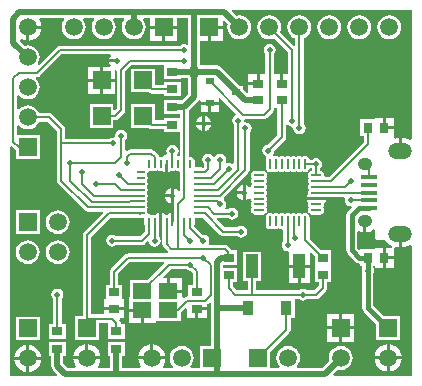
<source format=gtl>
G04 Layer_Physical_Order=1*
G04 Layer_Color=255*
%FSLAX44Y44*%
%MOMM*%
G71*
G01*
G75*
%ADD10R,1.5500X1.3500*%
%ADD11R,0.9140X1.2190*%
%ADD12R,0.9000X0.8000*%
%ADD13R,0.8000X0.9000*%
%ADD14R,1.0000X2.0000*%
%ADD15R,0.9000X0.7000*%
%ADD16R,1.5000X1.5000*%
%ADD17R,1.3500X0.4000*%
%ADD18O,0.8500X0.2000*%
%ADD19O,0.2000X0.8500*%
%ADD20R,0.7500X0.6000*%
%ADD21O,0.7000X0.2500*%
%ADD22O,0.2500X0.7000*%
%ADD23C,0.2000*%
%ADD24C,0.5000*%
%ADD25C,0.4000*%
%ADD26R,1.5000X1.5000*%
%ADD27C,1.5000*%
%ADD28O,2.0000X1.3500*%
%ADD29O,1.2500X1.0500*%
%ADD30C,0.5000*%
%ADD31C,1.0000*%
G36*
X153846Y95426D02*
X155513Y94312D01*
X157480Y93921D01*
X157509Y93927D01*
X159471Y91965D01*
Y82100D01*
X156040D01*
Y72674D01*
X154940Y72189D01*
X153559Y71915D01*
X152388Y71132D01*
X152003Y70748D01*
X150830Y71234D01*
Y75290D01*
X139080D01*
Y76560D01*
X137810D01*
Y87310D01*
X134594D01*
X134108Y88483D01*
X141075Y95451D01*
X153830D01*
X153846Y95426D01*
D02*
G37*
G36*
X90134Y275791D02*
X89572Y275058D01*
X88917Y273477D01*
X88861Y273050D01*
X95250D01*
Y270510D01*
X88861D01*
X88917Y270083D01*
X89572Y268502D01*
X90134Y267770D01*
X89508Y266500D01*
X83770D01*
Y256270D01*
X94000D01*
Y263452D01*
X94515Y263872D01*
X94540Y263882D01*
X95451Y263249D01*
Y231365D01*
X93810Y229724D01*
X92540Y230250D01*
Y235040D01*
X72460D01*
Y214960D01*
X92540D01*
Y221391D01*
X94190D01*
X95571Y221665D01*
X96742Y222448D01*
X101612Y227318D01*
X102395Y228489D01*
X102669Y229870D01*
Y262665D01*
X108175Y268171D01*
X135460D01*
Y256460D01*
X149540D01*
Y257361D01*
X155207D01*
X155390Y257122D01*
X155629Y256939D01*
Y242896D01*
X150810Y238077D01*
X149540Y238540D01*
Y238540D01*
X135460D01*
Y226460D01*
X148891D01*
Y223540D01*
X135460D01*
Y221109D01*
X127540D01*
Y235040D01*
X107460D01*
Y214960D01*
X122436D01*
X122448Y214948D01*
X123619Y214165D01*
X125000Y213891D01*
X135460D01*
Y211460D01*
X148891D01*
Y191339D01*
X148103Y190692D01*
X146758Y190869D01*
X146134Y191686D01*
X147247Y193354D01*
X147639Y195320D01*
X147247Y197286D01*
X146134Y198954D01*
X144466Y200068D01*
X142500Y200459D01*
X140534Y200068D01*
X138866Y198954D01*
X137752Y197286D01*
X137361Y195320D01*
X137752Y193354D01*
X137833Y193233D01*
X137112Y192026D01*
X135452Y191695D01*
X133715Y190535D01*
X133619Y190392D01*
X132500Y190614D01*
X131045Y190325D01*
X130835Y191381D01*
X130052Y192552D01*
X127012Y195592D01*
X125841Y196375D01*
X124460Y196649D01*
X106680D01*
X105299Y196375D01*
X104128Y195592D01*
X103843Y195307D01*
X102669Y195793D01*
Y204630D01*
X102694Y204646D01*
X103808Y206313D01*
X104199Y208280D01*
X103808Y210247D01*
X102694Y211914D01*
X101026Y213028D01*
X99060Y213419D01*
X97093Y213028D01*
X95426Y211914D01*
X94312Y210247D01*
X93921Y208280D01*
X94050Y207634D01*
X92970Y206554D01*
X92140Y206719D01*
X90174Y206328D01*
X88506Y205214D01*
X88490Y205189D01*
X51869D01*
Y213867D01*
X51595Y215248D01*
X50812Y216419D01*
X40879Y226352D01*
X39708Y227135D01*
X38327Y227409D01*
X29372D01*
X28770Y228863D01*
X27161Y230961D01*
X25063Y232570D01*
X22621Y233582D01*
X20000Y233927D01*
X17379Y233582D01*
X14937Y232570D01*
X12839Y230961D01*
X12499Y230517D01*
X11229Y230949D01*
Y242052D01*
X12499Y242483D01*
X12839Y242039D01*
X14937Y240430D01*
X17379Y239419D01*
X20000Y239073D01*
X22621Y239419D01*
X25063Y240430D01*
X27161Y242039D01*
X28770Y244137D01*
X29782Y246579D01*
X30127Y249200D01*
X29782Y251821D01*
X28770Y254263D01*
X27161Y256361D01*
X26665Y256741D01*
X27097Y258011D01*
X27940D01*
X29321Y258285D01*
X30492Y259068D01*
X48485Y277061D01*
X89508D01*
X90134Y275791D01*
D02*
G37*
G36*
X345000Y205346D02*
X343730Y204698D01*
X341556Y205598D01*
X338750Y205968D01*
X336770D01*
Y195125D01*
X334230D01*
Y205968D01*
X332250D01*
X330980Y205801D01*
X330000Y206952D01*
Y213730D01*
X322000D01*
Y215000D01*
X320730D01*
Y223500D01*
X314000D01*
Y222040D01*
X301460D01*
Y207960D01*
X304391D01*
Y202815D01*
X275185Y173609D01*
X272128D01*
X271085Y174879D01*
X271109Y175000D01*
X270835Y176381D01*
X270052Y177552D01*
X268881Y178335D01*
X267769Y178556D01*
Y180600D01*
X267794Y180616D01*
X268908Y182283D01*
X269299Y184250D01*
X268908Y186217D01*
X267794Y187884D01*
X266126Y188998D01*
X264160Y189389D01*
X262194Y188998D01*
X260526Y187884D01*
X260510Y187859D01*
X258538D01*
X258335Y188881D01*
X257552Y190052D01*
X256381Y190835D01*
X255000Y191109D01*
X253619Y190835D01*
X252500Y190087D01*
X251381Y190835D01*
X250000Y191109D01*
X248619Y190835D01*
X247500Y190087D01*
X246381Y190835D01*
X245000Y191109D01*
X243619Y190835D01*
X242500Y190087D01*
X241381Y190835D01*
X240000Y191109D01*
X238619Y190835D01*
X237500Y190087D01*
X236381Y190835D01*
X235000Y191109D01*
X233619Y190835D01*
X232500Y190087D01*
X231381Y190835D01*
X230000Y191109D01*
X228619Y190835D01*
X228348Y190653D01*
X227871Y190907D01*
X227761Y191066D01*
X227502Y192468D01*
X228268Y193613D01*
X228659Y195580D01*
X228653Y195609D01*
X237552Y204508D01*
X238335Y205679D01*
X238609Y207060D01*
Y217451D01*
X239879Y217836D01*
X240206Y217346D01*
X241873Y216232D01*
X243840Y215841D01*
X244072Y215888D01*
X244971Y214989D01*
X244861Y214440D01*
X245252Y212474D01*
X246366Y210806D01*
X248034Y209692D01*
X250000Y209301D01*
X251966Y209692D01*
X253634Y210806D01*
X254748Y212474D01*
X255139Y214440D01*
X254748Y216406D01*
X253634Y218074D01*
X253609Y218090D01*
Y290628D01*
X255063Y291230D01*
X257161Y292839D01*
X258770Y294937D01*
X259782Y297379D01*
X260127Y300000D01*
X259782Y302621D01*
X258770Y305063D01*
X257161Y307161D01*
X255063Y308770D01*
X252621Y309782D01*
X250000Y310127D01*
X247379Y309782D01*
X244937Y308770D01*
X242839Y307161D01*
X241230Y305063D01*
X240218Y302621D01*
X239873Y300000D01*
X240218Y297379D01*
X241230Y294937D01*
X242839Y292839D01*
X244937Y291230D01*
X246391Y290628D01*
Y284973D01*
X245217Y284487D01*
X233779Y295925D01*
X234382Y297379D01*
X234727Y300000D01*
X234382Y302621D01*
X233370Y305063D01*
X231761Y307161D01*
X229663Y308770D01*
X227221Y309782D01*
X224600Y310127D01*
X221979Y309782D01*
X219537Y308770D01*
X217439Y307161D01*
X215830Y305063D01*
X214818Y302621D01*
X214473Y300000D01*
X214818Y297379D01*
X215830Y294937D01*
X217439Y292839D01*
X219537Y291230D01*
X221979Y290219D01*
X224600Y289873D01*
X227221Y290219D01*
X228675Y290821D01*
X240231Y279265D01*
Y260000D01*
X236270D01*
Y252000D01*
X233730D01*
Y260000D01*
X228399D01*
Y277020D01*
X228424Y277036D01*
X229538Y278703D01*
X229929Y280670D01*
X229538Y282637D01*
X228424Y284304D01*
X226756Y285418D01*
X224790Y285809D01*
X222824Y285418D01*
X221156Y284304D01*
X220042Y282637D01*
X219651Y280670D01*
X220042Y278703D01*
X221156Y277036D01*
X221181Y277020D01*
Y260000D01*
X216270D01*
Y252000D01*
X215000D01*
Y250730D01*
X206500D01*
Y244884D01*
X205230Y244358D01*
X202290Y247298D01*
Y250540D01*
X199048D01*
X183455Y266134D01*
X181787Y267248D01*
X179821Y267639D01*
X166329D01*
X166145Y267878D01*
X165907Y268061D01*
Y288500D01*
X172530D01*
Y300000D01*
X173800D01*
Y301270D01*
X185300D01*
Y304973D01*
X186473Y305459D01*
X189406Y302527D01*
X189073Y300000D01*
X189418Y297379D01*
X190430Y294937D01*
X192039Y292839D01*
X194137Y291230D01*
X196579Y290218D01*
X199200Y289873D01*
X201821Y290218D01*
X204263Y291230D01*
X206361Y292839D01*
X207970Y294937D01*
X208981Y297379D01*
X209327Y300000D01*
X208981Y302621D01*
X207970Y305063D01*
X206361Y307161D01*
X204263Y308770D01*
X201821Y309782D01*
X199200Y310127D01*
X196673Y309794D01*
X192640Y313827D01*
X193127Y315000D01*
X345000D01*
Y205346D01*
D02*
G37*
G36*
X231391Y208555D02*
X223549Y200713D01*
X223520Y200719D01*
X221553Y200328D01*
X219886Y199214D01*
X218772Y197547D01*
X218381Y195580D01*
X218772Y193613D01*
X219886Y191946D01*
X221553Y190832D01*
X222039Y189441D01*
X221665Y188881D01*
X221391Y187500D01*
Y181000D01*
X221665Y179619D01*
X222448Y178448D01*
X223619Y177665D01*
X225000Y177391D01*
X226381Y177665D01*
X227500Y178413D01*
X228619Y177665D01*
X230000Y177391D01*
X231381Y177665D01*
X232500Y178413D01*
X233619Y177666D01*
X235000Y177391D01*
X236381Y177666D01*
X237500Y178413D01*
X238619Y177665D01*
X240000Y177391D01*
X241381Y177665D01*
X242500Y178413D01*
X243619Y177665D01*
X245000Y177391D01*
X246381Y177665D01*
X247500Y178413D01*
X248619Y177665D01*
X250000Y177391D01*
X251381Y177665D01*
X252500Y178413D01*
X253619Y177665D01*
X255000Y177391D01*
X256381Y177665D01*
X257552Y178448D01*
X258335Y179619D01*
X258538Y180641D01*
X260510D01*
X260526Y180616D01*
X260551Y180600D01*
Y178520D01*
X259619Y178335D01*
X258448Y177552D01*
X257665Y176381D01*
X257391Y175000D01*
X257665Y173619D01*
X258413Y172500D01*
X257665Y171381D01*
X257391Y170000D01*
X257665Y168619D01*
X258413Y167500D01*
X257665Y166381D01*
X257391Y165000D01*
X257665Y163619D01*
X258413Y162500D01*
X257665Y161381D01*
X257391Y160000D01*
X257636Y158766D01*
X257395Y158605D01*
X256290Y156951D01*
X256155Y156270D01*
X264250D01*
X273223D01*
X273322Y156391D01*
X287715D01*
X288520Y155121D01*
X288231Y153670D01*
X288622Y151704D01*
X289736Y150036D01*
X291404Y148922D01*
X293370Y148531D01*
X293731Y148603D01*
X294356Y147432D01*
X290977Y144053D01*
X289973Y142552D01*
X289621Y140780D01*
X289621Y140780D01*
Y111290D01*
X289621Y111290D01*
X289973Y109519D01*
X290977Y108017D01*
X297267Y101727D01*
X298769Y100723D01*
X300540Y100371D01*
X301460Y99574D01*
Y97960D01*
X303371D01*
Y96124D01*
X303253Y95947D01*
X302861Y93980D01*
X303253Y92014D01*
X303371Y91836D01*
Y62400D01*
X303371Y62400D01*
X303723Y60629D01*
X304727Y59127D01*
X314960Y48894D01*
Y35360D01*
X335040D01*
Y55440D01*
X321506D01*
X312629Y64317D01*
Y91836D01*
X312748Y92014D01*
X313139Y93980D01*
X312748Y95947D01*
X312629Y96124D01*
Y97960D01*
X314000D01*
Y96500D01*
X320730D01*
Y105000D01*
Y113500D01*
X314000D01*
Y112040D01*
X301460D01*
Y112040D01*
X300460Y111626D01*
X298879Y113207D01*
Y126967D01*
X300149Y127540D01*
X302085Y126738D01*
X304230Y126456D01*
Y135750D01*
X306770D01*
Y126456D01*
X308915Y126738D01*
X311165Y127670D01*
X312690Y128841D01*
X313960Y128301D01*
Y122500D01*
X314157Y121509D01*
X314719Y120669D01*
X315559Y120107D01*
X316550Y119910D01*
X322671D01*
X322860Y119454D01*
X324583Y117208D01*
X326829Y115485D01*
X328555Y114770D01*
X328302Y113500D01*
X323270D01*
Y106270D01*
X330000D01*
Y113048D01*
X330980Y114199D01*
X332250Y114032D01*
X334230D01*
Y124875D01*
X336770D01*
Y114032D01*
X338750D01*
X341556Y114402D01*
X343730Y115302D01*
X345000Y114654D01*
Y5000D01*
X278927D01*
X278440Y6173D01*
X282473Y10206D01*
X285000Y9873D01*
X287621Y10218D01*
X290063Y11230D01*
X292161Y12839D01*
X293770Y14937D01*
X294782Y17379D01*
X295127Y20000D01*
X294782Y22621D01*
X293770Y25063D01*
X292161Y27161D01*
X290063Y28770D01*
X287621Y29782D01*
X285000Y30127D01*
X282379Y29782D01*
X279937Y28770D01*
X277839Y27161D01*
X276230Y25063D01*
X275218Y22621D01*
X274873Y20000D01*
X275206Y17473D01*
X269411Y11679D01*
X247955D01*
X247815Y12089D01*
X247645Y12949D01*
X249170Y14937D01*
X250182Y17379D01*
X250527Y20000D01*
X250182Y22621D01*
X249170Y25063D01*
X247561Y27161D01*
X245463Y28770D01*
X243021Y29782D01*
X240400Y30127D01*
X237779Y29782D01*
X235337Y28770D01*
X233239Y27161D01*
X231630Y25063D01*
X230618Y22621D01*
X230273Y20000D01*
X230618Y17379D01*
X231630Y14937D01*
X233155Y12949D01*
X232985Y12089D01*
X232845Y11679D01*
X225040D01*
Y24936D01*
X241435Y41331D01*
X242218Y42502D01*
X242492Y43883D01*
Y53865D01*
X245993D01*
Y70051D01*
X249510D01*
X249526Y70026D01*
X251194Y68912D01*
X253160Y68521D01*
X255126Y68912D01*
X256794Y70026D01*
X256810Y70051D01*
X264160D01*
X265541Y70325D01*
X266712Y71108D01*
X272552Y76948D01*
X273335Y78119D01*
X273609Y79500D01*
Y83960D01*
X277040D01*
Y96690D01*
X277040Y97040D01*
Y97960D01*
X277040Y98310D01*
Y111040D01*
X268564D01*
X258609Y120995D01*
Y135750D01*
Y139000D01*
X258335Y140381D01*
X257552Y141552D01*
X256381Y142335D01*
X255000Y142609D01*
X253619Y142335D01*
X252500Y141587D01*
X251381Y142335D01*
X250000Y142609D01*
X248619Y142335D01*
X247500Y141587D01*
X246381Y142335D01*
X245000Y142609D01*
X243619Y142335D01*
X242500Y141587D01*
X241381Y142335D01*
X240000Y142609D01*
X238619Y142335D01*
X237500Y141587D01*
X236381Y142335D01*
X235000Y142609D01*
X233619Y142335D01*
X232500Y141587D01*
X231381Y142335D01*
X230000Y142609D01*
X228619Y142335D01*
X227500Y141587D01*
X226381Y142335D01*
X225000Y142609D01*
X223619Y142335D01*
X222448Y141552D01*
X221665Y140381D01*
X221391Y139000D01*
Y132500D01*
X221665Y131119D01*
X222448Y129948D01*
X223619Y129165D01*
X225000Y128891D01*
X226381Y129165D01*
X227500Y129913D01*
X228619Y129165D01*
X230000Y128891D01*
X231381Y129165D01*
X232500Y129913D01*
X233619Y129165D01*
X235000Y128891D01*
X235121Y128915D01*
X236391Y127872D01*
Y119250D01*
X236366Y119234D01*
X235252Y117566D01*
X234861Y115600D01*
X235252Y113633D01*
X236366Y111966D01*
X238034Y110852D01*
X240000Y110461D01*
X240018Y110465D01*
X241000Y109659D01*
Y98770D01*
X259000D01*
Y108736D01*
X260173Y109222D01*
X262960Y106436D01*
Y98310D01*
X262960Y97960D01*
Y97040D01*
X262960Y96690D01*
Y83960D01*
X266391D01*
Y80995D01*
X262665Y77269D01*
X256810D01*
X256794Y77294D01*
X255126Y78408D01*
X253160Y78799D01*
X251194Y78408D01*
X249526Y77294D01*
X249510Y77269D01*
X213609D01*
Y84960D01*
X217540D01*
Y110040D01*
X202460D01*
Y84960D01*
X206391D01*
Y77269D01*
X197075D01*
X193609Y80735D01*
Y83960D01*
X197040D01*
Y96040D01*
X185479D01*
Y98960D01*
X197040D01*
Y111040D01*
X193244D01*
X193207Y111229D01*
X192425Y112400D01*
X189884Y114940D01*
X188714Y115722D01*
X187332Y115997D01*
X173688D01*
X173089Y117117D01*
X173288Y117414D01*
X173679Y119380D01*
X173288Y121347D01*
X172174Y123014D01*
X170506Y124128D01*
X168540Y124519D01*
X168511Y124513D01*
X161109Y131915D01*
Y131969D01*
X161364Y133250D01*
Y137517D01*
X161859Y138141D01*
X162483Y138636D01*
X166750D01*
X168031Y138891D01*
X168425D01*
X182868Y124448D01*
X184039Y123665D01*
X185420Y123391D01*
X197010D01*
X197026Y123366D01*
X198694Y122252D01*
X200660Y121861D01*
X202626Y122252D01*
X204294Y123366D01*
X205408Y125034D01*
X205799Y127000D01*
X205408Y128967D01*
X204294Y130634D01*
X202626Y131748D01*
X200660Y132139D01*
X198694Y131748D01*
X197026Y130634D01*
X197010Y130609D01*
X186915D01*
X180067Y137457D01*
X180553Y138631D01*
X189390D01*
X189406Y138606D01*
X191073Y137492D01*
X193040Y137101D01*
X195007Y137492D01*
X196674Y138606D01*
X197788Y140274D01*
X198179Y142240D01*
X197788Y144206D01*
X196674Y145874D01*
X195007Y146988D01*
X193040Y147379D01*
X191073Y146988D01*
X189406Y145874D01*
X189390Y145849D01*
X187722D01*
X187043Y147119D01*
X187628Y147993D01*
X188019Y149960D01*
X187628Y151926D01*
X186514Y153594D01*
X185880Y154017D01*
X185747Y155633D01*
X206832Y176719D01*
X207615Y177890D01*
X207889Y179271D01*
Y210790D01*
X207914Y210806D01*
X209028Y212474D01*
X209419Y214440D01*
X209028Y216406D01*
X207914Y218074D01*
X206246Y219188D01*
X204280Y219579D01*
X204048Y219533D01*
X203149Y220431D01*
X203259Y220980D01*
X203162Y221469D01*
X203967Y222451D01*
X219710D01*
X221091Y222725D01*
X222262Y223508D01*
X227342Y228588D01*
X228125Y229759D01*
X228399Y231140D01*
Y231460D01*
X231391D01*
Y208555D01*
D02*
G37*
G36*
X196465Y226931D02*
X195985Y225615D01*
X194486Y224614D01*
X193372Y222946D01*
X192981Y220980D01*
X193372Y219014D01*
X194486Y217346D01*
X194511Y217330D01*
Y185249D01*
X193241Y184570D01*
X192467Y185088D01*
X190500Y185479D01*
X188552Y185091D01*
X188480Y185141D01*
X187681Y185940D01*
X187631Y186012D01*
X188019Y187960D01*
X187628Y189926D01*
X186514Y191594D01*
X184846Y192708D01*
X182880Y193099D01*
X180914Y192708D01*
X179246Y191594D01*
X178542Y190539D01*
X177058D01*
X176354Y191594D01*
X174687Y192708D01*
X172720Y193099D01*
X170753Y192708D01*
X169086Y191594D01*
X167972Y189926D01*
X167581Y187960D01*
X167972Y185993D01*
X169086Y184326D01*
X169111Y184310D01*
Y181835D01*
X168385Y181109D01*
X168031D01*
X166750Y181364D01*
X162483D01*
X161859Y181859D01*
X161364Y182483D01*
Y186750D01*
X161070Y188229D01*
X160232Y189482D01*
X158979Y190320D01*
X157500Y190614D01*
X157091Y190533D01*
X156109Y191339D01*
Y228850D01*
X156134Y228866D01*
X164402Y237134D01*
X164980Y238000D01*
X166250Y237615D01*
Y236770D01*
X174000D01*
X181750D01*
Y239986D01*
X182923Y240472D01*
X196465Y226931D01*
D02*
G37*
G36*
X155629Y285921D02*
X154509Y285322D01*
X154367Y285418D01*
X152400Y285809D01*
X150434Y285418D01*
X148766Y284304D01*
X148750Y284279D01*
X46990D01*
X45609Y284005D01*
X44438Y283222D01*
X29112Y267897D01*
X28155Y268736D01*
X28770Y269537D01*
X29782Y271979D01*
X30127Y274600D01*
X29782Y277221D01*
X28770Y279663D01*
X27161Y281761D01*
X25063Y283370D01*
X22621Y284382D01*
X20000Y284727D01*
X17473Y284394D01*
X13361Y288506D01*
X13427Y288948D01*
X13544Y289101D01*
X14823Y289697D01*
X16998Y288796D01*
X18730Y288568D01*
Y300000D01*
X20000D01*
Y301270D01*
X31432D01*
X31204Y303002D01*
X30045Y305800D01*
X29567Y306422D01*
X30129Y307561D01*
X50346D01*
X50972Y306291D01*
X50030Y305063D01*
X49018Y302621D01*
X48673Y300000D01*
X49018Y297379D01*
X50030Y294937D01*
X51639Y292839D01*
X53737Y291230D01*
X56179Y290218D01*
X58800Y289873D01*
X61421Y290218D01*
X63863Y291230D01*
X65961Y292839D01*
X67570Y294937D01*
X68582Y297379D01*
X68927Y300000D01*
X68582Y302621D01*
X67570Y305063D01*
X66628Y306291D01*
X67254Y307561D01*
X75746D01*
X76372Y306291D01*
X75430Y305063D01*
X74418Y302621D01*
X74073Y300000D01*
X74418Y297379D01*
X75430Y294937D01*
X77039Y292839D01*
X79137Y291230D01*
X81579Y290218D01*
X84200Y289873D01*
X86821Y290218D01*
X89263Y291230D01*
X91361Y292839D01*
X92970Y294937D01*
X93982Y297379D01*
X94327Y300000D01*
X93982Y302621D01*
X92970Y305063D01*
X92028Y306291D01*
X92654Y307561D01*
X101146D01*
X101772Y306291D01*
X100830Y305063D01*
X99818Y302621D01*
X99473Y300000D01*
X99818Y297379D01*
X100830Y294937D01*
X102439Y292839D01*
X104537Y291230D01*
X106979Y290218D01*
X109600Y289873D01*
X112221Y290218D01*
X114663Y291230D01*
X116761Y292839D01*
X118370Y294937D01*
X119382Y297379D01*
X119727Y300000D01*
X119382Y302621D01*
X118370Y305063D01*
X117428Y306291D01*
X118054Y307561D01*
X123500D01*
Y301270D01*
X135000D01*
X146500D01*
Y307561D01*
X155629D01*
Y285921D01*
D02*
G37*
G36*
X44651Y212372D02*
Y170180D01*
X44925Y168799D01*
X45708Y167628D01*
X68388Y144948D01*
X69559Y144165D01*
X70940Y143891D01*
X83407D01*
X83893Y142717D01*
X67448Y126272D01*
X66665Y125101D01*
X66391Y123720D01*
Y55440D01*
X59960D01*
Y35360D01*
X80040D01*
Y49731D01*
X87768D01*
X87960Y48540D01*
X87960D01*
Y36460D01*
X102040D01*
Y48540D01*
X98609D01*
Y49780D01*
X98335Y51161D01*
X97580Y52290D01*
X97688Y52847D01*
X97984Y53560D01*
X101580D01*
Y60290D01*
X93080D01*
X84580D01*
Y56949D01*
X73609D01*
Y122225D01*
X90275Y138891D01*
X111968D01*
X113250Y138636D01*
X115214D01*
X115240Y138631D01*
X115266Y138636D01*
X117517D01*
X118141Y138141D01*
X118636Y137517D01*
Y133250D01*
X118891Y131968D01*
Y126535D01*
X115345Y122989D01*
X95090D01*
X95074Y123014D01*
X93406Y124128D01*
X91440Y124519D01*
X89473Y124128D01*
X87806Y123014D01*
X86692Y121347D01*
X86301Y119380D01*
X86692Y117414D01*
X87806Y115746D01*
X89473Y114632D01*
X91440Y114241D01*
X93406Y114632D01*
X95074Y115746D01*
X95090Y115771D01*
X116840D01*
X118221Y116045D01*
X119392Y116828D01*
X121212Y118648D01*
X122590Y118230D01*
X122752Y117414D01*
X123866Y115746D01*
X125534Y114632D01*
X127500Y114241D01*
X129466Y114632D01*
X131134Y115746D01*
X132248Y117414D01*
X132639Y119380D01*
X132248Y121347D01*
X131134Y123014D01*
X131109Y123030D01*
Y127173D01*
X131230Y127272D01*
Y132572D01*
X131365Y133250D01*
Y135500D01*
Y137750D01*
X131230Y138428D01*
Y142850D01*
X130451Y142695D01*
X128715Y141535D01*
X128619Y141392D01*
X127500Y141614D01*
X126021Y141320D01*
X125000Y140638D01*
X123979Y141320D01*
X122724Y141570D01*
X122140Y141974D01*
X121614Y142500D01*
X121320Y143979D01*
X120638Y145000D01*
X121320Y146021D01*
X121614Y147500D01*
X121320Y148979D01*
X120638Y150000D01*
X121320Y151021D01*
X121614Y152500D01*
X121320Y153979D01*
X120638Y155000D01*
X121320Y156021D01*
X121614Y157500D01*
X121320Y158979D01*
X120638Y160000D01*
X121320Y161021D01*
X121614Y162500D01*
X121320Y163979D01*
X120638Y165000D01*
X121320Y166021D01*
X121614Y167500D01*
X121320Y168979D01*
X120638Y170000D01*
X121320Y171021D01*
X121614Y172500D01*
X121320Y173979D01*
X120638Y175000D01*
X121320Y176021D01*
X121570Y177276D01*
X121975Y177860D01*
X122500Y178386D01*
X123979Y178680D01*
X125000Y179362D01*
X126021Y178680D01*
X127500Y178386D01*
X128979Y178680D01*
X130000Y179362D01*
X131021Y178680D01*
X132500Y178386D01*
X133619Y178608D01*
X133715Y178465D01*
X135452Y177305D01*
X136230Y177150D01*
Y181573D01*
X136365Y182250D01*
Y184500D01*
X138635D01*
Y182250D01*
X138770Y181572D01*
Y177150D01*
X139548Y177305D01*
X141285Y178465D01*
X141381Y178608D01*
X142500Y178386D01*
X143979Y178680D01*
X145000Y179362D01*
X146021Y178680D01*
X147500Y178386D01*
X147909Y178467D01*
X148891Y177661D01*
Y161655D01*
X147621Y161224D01*
X147136Y161856D01*
X145778Y162898D01*
X144197Y163553D01*
X143770Y163609D01*
Y157220D01*
Y149707D01*
X143891Y149566D01*
Y143827D01*
X143770Y143728D01*
Y138427D01*
X143635Y137750D01*
Y135500D01*
X141365D01*
Y137750D01*
X141230Y138428D01*
Y142850D01*
X140451Y142695D01*
X138715Y141535D01*
X138619Y141392D01*
X137500Y141614D01*
X136381Y141392D01*
X136285Y141535D01*
X134548Y142695D01*
X133770Y142850D01*
Y138427D01*
X133635Y137750D01*
Y135500D01*
Y133250D01*
X133770Y132573D01*
Y127272D01*
X133891Y127173D01*
Y116500D01*
X134165Y115119D01*
X134948Y113948D01*
X138976Y109919D01*
X138943Y109564D01*
X138549Y108649D01*
X105040D01*
X103659Y108375D01*
X102488Y107592D01*
X90528Y95632D01*
X89745Y94461D01*
X89471Y93080D01*
Y82100D01*
X86040D01*
Y69560D01*
X84580D01*
Y62830D01*
X93080D01*
X101580D01*
Y69560D01*
X100120D01*
Y82100D01*
X96689D01*
Y91585D01*
X106535Y101431D01*
X135187D01*
X135673Y100257D01*
X121266Y85850D01*
X106790D01*
Y71310D01*
X105330D01*
Y61830D01*
X117080D01*
Y60560D01*
X118350D01*
Y49810D01*
X128830D01*
Y51270D01*
X149370D01*
Y57940D01*
X149472Y58008D01*
X153407Y61942D01*
X154580Y61456D01*
Y53560D01*
X161810D01*
Y61560D01*
X163080D01*
Y62830D01*
X171580D01*
Y65258D01*
X172732Y66028D01*
X174028Y67324D01*
X175201Y66838D01*
Y62500D01*
Y30040D01*
X165760D01*
Y11679D01*
X157955D01*
X157816Y12089D01*
X157645Y12949D01*
X159170Y14937D01*
X160182Y17379D01*
X160527Y20000D01*
X160182Y22621D01*
X159170Y25063D01*
X157561Y27161D01*
X155463Y28770D01*
X153021Y29782D01*
X150400Y30127D01*
X147779Y29782D01*
X145337Y28770D01*
X143239Y27161D01*
X141630Y25063D01*
X140618Y22621D01*
X140273Y20000D01*
X140618Y17379D01*
X141630Y14937D01*
X143155Y12949D01*
X142985Y12089D01*
X142845Y11679D01*
X134711D01*
X134085Y12949D01*
X135045Y14200D01*
X136204Y16998D01*
X136432Y18730D01*
X125000D01*
X113568D01*
X113796Y16998D01*
X114955Y14200D01*
X115915Y12949D01*
X115289Y11679D01*
X100139D01*
Y21460D01*
X102040D01*
Y33540D01*
X87960D01*
Y21460D01*
X89861D01*
Y11679D01*
X79711D01*
X79085Y12949D01*
X80045Y14200D01*
X81204Y16998D01*
X81432Y18730D01*
X70000D01*
X58568D01*
X58796Y16998D01*
X59955Y14200D01*
X60915Y12949D01*
X60289Y11679D01*
X54008D01*
X50139Y15548D01*
Y21460D01*
X52040D01*
Y33540D01*
X37960D01*
Y21460D01*
X39861D01*
Y13420D01*
X40252Y11453D01*
X41366Y9786D01*
X44979Y6173D01*
X44493Y5000D01*
X5000D01*
Y198920D01*
X6270Y199446D01*
X9868Y195848D01*
X9960Y195786D01*
Y188360D01*
X30040D01*
Y208440D01*
X11229D01*
Y216651D01*
X12499Y217083D01*
X12839Y216639D01*
X14937Y215030D01*
X17379Y214018D01*
X20000Y213673D01*
X22621Y214018D01*
X25063Y215030D01*
X27161Y216639D01*
X28770Y218737D01*
X29372Y220191D01*
X36832D01*
X44651Y212372D01*
D02*
G37*
%LPC*%
G36*
X150830Y87310D02*
X140350D01*
Y77830D01*
X150830D01*
Y87310D01*
D02*
G37*
G36*
X94000Y253730D02*
X83770D01*
Y243500D01*
X94000D01*
Y253730D01*
D02*
G37*
G36*
X81230Y266500D02*
X71000D01*
Y256270D01*
X81230D01*
Y266500D01*
D02*
G37*
G36*
X127540Y265040D02*
X107460D01*
Y244960D01*
X122436D01*
X122448Y244948D01*
X123619Y244165D01*
X125000Y243891D01*
X135460D01*
Y241460D01*
X149540D01*
Y253540D01*
X135460D01*
Y251109D01*
X127540D01*
Y265040D01*
D02*
G37*
G36*
X81230Y253730D02*
X71000D01*
Y243500D01*
X81230D01*
Y253730D01*
D02*
G37*
G36*
X213730Y260000D02*
X206500D01*
Y253270D01*
X213730D01*
Y260000D01*
D02*
G37*
G36*
X185300Y298730D02*
X175070D01*
Y288500D01*
X185300D01*
Y298730D01*
D02*
G37*
G36*
X326200Y310127D02*
X323579Y309781D01*
X321137Y308770D01*
X319039Y307160D01*
X317430Y305063D01*
X316418Y302621D01*
X316073Y300000D01*
X316418Y297379D01*
X317430Y294937D01*
X319039Y292839D01*
X321137Y291230D01*
X323579Y290218D01*
X326200Y289873D01*
X328821Y290218D01*
X331263Y291230D01*
X333361Y292839D01*
X334970Y294937D01*
X335982Y297379D01*
X336327Y300000D01*
X335982Y302621D01*
X334970Y305063D01*
X333361Y307160D01*
X331263Y308770D01*
X328821Y309781D01*
X326200Y310127D01*
D02*
G37*
G36*
X275400Y310127D02*
X272779Y309781D01*
X270337Y308770D01*
X268239Y307161D01*
X266630Y305063D01*
X265618Y302621D01*
X265273Y300000D01*
X265618Y297379D01*
X266630Y294937D01*
X268239Y292839D01*
X270337Y291230D01*
X272779Y290218D01*
X275400Y289873D01*
X278021Y290218D01*
X280463Y291230D01*
X282561Y292839D01*
X284170Y294937D01*
X285182Y297379D01*
X285527Y300000D01*
X285182Y302621D01*
X284170Y305063D01*
X282561Y307161D01*
X280463Y308770D01*
X278021Y309781D01*
X275400Y310127D01*
D02*
G37*
G36*
X300800Y310127D02*
X298179Y309782D01*
X295737Y308770D01*
X293639Y307161D01*
X292030Y305063D01*
X291018Y302621D01*
X290673Y300000D01*
X291018Y297379D01*
X292030Y294937D01*
X293639Y292839D01*
X295737Y291230D01*
X298179Y290218D01*
X300800Y289873D01*
X303421Y290218D01*
X305863Y291230D01*
X307961Y292839D01*
X309570Y294937D01*
X310582Y297379D01*
X310927Y300000D01*
X310582Y302621D01*
X309570Y305063D01*
X307961Y307161D01*
X305863Y308770D01*
X303421Y309782D01*
X300800Y310127D01*
D02*
G37*
G36*
X330000Y223500D02*
X323270D01*
Y216270D01*
X330000D01*
Y223500D01*
D02*
G37*
G36*
X296500Y56900D02*
X286270D01*
Y46670D01*
X296500D01*
Y56900D01*
D02*
G37*
G36*
X283730D02*
X273500D01*
Y46670D01*
X283730D01*
Y56900D01*
D02*
G37*
G36*
X330000Y103730D02*
X323270D01*
Y96500D01*
X330000D01*
Y103730D01*
D02*
G37*
G36*
X259000Y96230D02*
X251270D01*
Y83500D01*
X259000D01*
Y96230D01*
D02*
G37*
G36*
X248730D02*
X241000D01*
Y83500D01*
X248730D01*
Y96230D01*
D02*
G37*
G36*
X336432Y18730D02*
X326270D01*
Y8568D01*
X328002Y8796D01*
X330800Y9955D01*
X333202Y11798D01*
X335045Y14200D01*
X336204Y16998D01*
X336432Y18730D01*
D02*
G37*
G36*
X323730D02*
X313568D01*
X313796Y16998D01*
X314955Y14200D01*
X316798Y11798D01*
X319200Y9955D01*
X321998Y8796D01*
X323730Y8568D01*
Y18730D01*
D02*
G37*
G36*
X283730Y44130D02*
X273500D01*
Y33900D01*
X283730D01*
Y44130D01*
D02*
G37*
G36*
X296500D02*
X286270D01*
Y33900D01*
X296500D01*
Y44130D01*
D02*
G37*
G36*
X323730Y31432D02*
X321998Y31204D01*
X319200Y30045D01*
X316798Y28202D01*
X314955Y25800D01*
X313796Y23002D01*
X313568Y21270D01*
X323730D01*
Y31432D01*
D02*
G37*
G36*
X326270D02*
Y21270D01*
X336432D01*
X336204Y23002D01*
X335045Y25800D01*
X333202Y28202D01*
X330800Y30045D01*
X328002Y31204D01*
X326270Y31432D01*
D02*
G37*
G36*
X201930Y158750D02*
X196811D01*
X196867Y158323D01*
X197522Y156742D01*
X198564Y155384D01*
X199922Y154342D01*
X201503Y153687D01*
X201930Y153631D01*
Y158750D01*
D02*
G37*
G36*
X272345Y153730D02*
X264250D01*
X256155D01*
X256290Y153049D01*
X257395Y151395D01*
X257636Y151234D01*
X257391Y150000D01*
X257665Y148619D01*
X258413Y147500D01*
X257665Y146381D01*
X257391Y145000D01*
X257665Y143619D01*
X258448Y142448D01*
X259619Y141665D01*
X261000Y141391D01*
X267500D01*
X268881Y141665D01*
X270052Y142448D01*
X270835Y143619D01*
X271109Y145000D01*
X270835Y146381D01*
X270087Y147500D01*
X270835Y148619D01*
X271109Y150000D01*
X270864Y151234D01*
X271105Y151395D01*
X272210Y153049D01*
X272345Y153730D01*
D02*
G37*
G36*
X201930Y166409D02*
X201503Y166353D01*
X199922Y165698D01*
X198564Y164656D01*
X197522Y163298D01*
X196867Y161717D01*
X196811Y161290D01*
X201930D01*
Y166409D01*
D02*
G37*
G36*
X219000Y178609D02*
X212500D01*
X211119Y178335D01*
X209948Y177552D01*
X209165Y176381D01*
X208891Y175000D01*
X209165Y173619D01*
X209913Y172500D01*
X209165Y171381D01*
X208891Y170000D01*
X209165Y168619D01*
X209913Y167500D01*
X209165Y166381D01*
X208949Y165292D01*
X208271Y164905D01*
X208233Y164891D01*
X207654Y164796D01*
X206478Y165698D01*
X204897Y166353D01*
X204470Y166409D01*
Y160020D01*
Y153631D01*
X204897Y153687D01*
X206478Y154342D01*
X207647Y155239D01*
X208301Y155113D01*
X208942Y154740D01*
X209165Y153619D01*
X209913Y152500D01*
X209165Y151381D01*
X208891Y150000D01*
X209165Y148619D01*
X209913Y147500D01*
X209165Y146381D01*
X208891Y145000D01*
X209165Y143619D01*
X209948Y142448D01*
X211119Y141665D01*
X212500Y141391D01*
X219000D01*
X220381Y141665D01*
X221552Y142448D01*
X222335Y143619D01*
X222609Y145000D01*
X222335Y146381D01*
X221587Y147500D01*
X222335Y148619D01*
X222609Y150000D01*
X222335Y151381D01*
X221587Y152500D01*
X222334Y153619D01*
X222609Y155000D01*
X222334Y156381D01*
X221587Y157500D01*
X222335Y158619D01*
X222609Y160000D01*
X222335Y161381D01*
X221587Y162500D01*
X222334Y163619D01*
X222609Y165000D01*
X222334Y166381D01*
X221587Y167500D01*
X222335Y168619D01*
X222609Y170000D01*
X222335Y171381D01*
X221587Y172500D01*
X222335Y173619D01*
X222609Y175000D01*
X222335Y176381D01*
X221552Y177552D01*
X220381Y178335D01*
X219000Y178609D01*
D02*
G37*
G36*
X181750Y234230D02*
X175270D01*
Y228500D01*
X181750D01*
Y234230D01*
D02*
G37*
G36*
X172730D02*
X166250D01*
Y228500D01*
X172730D01*
Y234230D01*
D02*
G37*
G36*
X167640Y224829D02*
X167213Y224773D01*
X165632Y224118D01*
X164274Y223076D01*
X163232Y221718D01*
X162577Y220137D01*
X162521Y219710D01*
X167640D01*
Y224829D01*
D02*
G37*
G36*
X170180D02*
Y219710D01*
X175299D01*
X175243Y220137D01*
X174588Y221718D01*
X173546Y223076D01*
X172188Y224118D01*
X170607Y224773D01*
X170180Y224829D01*
D02*
G37*
G36*
X167640Y217170D02*
X162521D01*
X162577Y216743D01*
X163232Y215162D01*
X164274Y213804D01*
X165632Y212762D01*
X167213Y212107D01*
X167640Y212051D01*
Y217170D01*
D02*
G37*
G36*
X175299D02*
X170180D01*
Y212051D01*
X170607Y212107D01*
X172188Y212762D01*
X173546Y213804D01*
X174588Y215162D01*
X175243Y216743D01*
X175299Y217170D01*
D02*
G37*
G36*
X133730Y298730D02*
X123500D01*
Y288500D01*
X133730D01*
Y298730D01*
D02*
G37*
G36*
X146500D02*
X136270D01*
Y288500D01*
X146500D01*
Y298730D01*
D02*
G37*
G36*
X31432D02*
X21270D01*
Y288568D01*
X23002Y288796D01*
X25800Y289955D01*
X28202Y291798D01*
X30045Y294200D01*
X31204Y296998D01*
X31432Y298730D01*
D02*
G37*
G36*
X45000Y78799D02*
X43033Y78408D01*
X41366Y77294D01*
X40252Y75627D01*
X39861Y73660D01*
X40252Y71694D01*
X41366Y70026D01*
X41391Y70010D01*
Y48540D01*
X37960D01*
Y36460D01*
X52040D01*
Y48540D01*
X48609D01*
Y70010D01*
X48634Y70026D01*
X49748Y71694D01*
X50139Y73660D01*
X49748Y75627D01*
X48634Y77294D01*
X46967Y78408D01*
X45000Y78799D01*
D02*
G37*
G36*
X115810Y59290D02*
X105330D01*
Y49810D01*
X115810D01*
Y59290D01*
D02*
G37*
G36*
X20000Y119727D02*
X17379Y119382D01*
X14937Y118370D01*
X12839Y116761D01*
X11230Y114663D01*
X10218Y112221D01*
X9873Y109600D01*
X10218Y106979D01*
X11230Y104537D01*
X12839Y102439D01*
X14937Y100830D01*
X17379Y99818D01*
X20000Y99473D01*
X22621Y99818D01*
X25063Y100830D01*
X27161Y102439D01*
X28770Y104537D01*
X29782Y106979D01*
X30127Y109600D01*
X29782Y112221D01*
X28770Y114663D01*
X27161Y116761D01*
X25063Y118370D01*
X22621Y119382D01*
X20000Y119727D01*
D02*
G37*
G36*
X45400D02*
X42779Y119382D01*
X40337Y118370D01*
X38239Y116761D01*
X36630Y114663D01*
X35619Y112221D01*
X35273Y109600D01*
X35619Y106979D01*
X36630Y104537D01*
X38239Y102439D01*
X40337Y100830D01*
X42779Y99818D01*
X45400Y99473D01*
X48021Y99818D01*
X50463Y100830D01*
X52561Y102439D01*
X54170Y104537D01*
X55182Y106979D01*
X55527Y109600D01*
X55182Y112221D01*
X54170Y114663D01*
X52561Y116761D01*
X50463Y118370D01*
X48021Y119382D01*
X45400Y119727D01*
D02*
G37*
G36*
X171580Y60290D02*
X164350D01*
Y53560D01*
X171580D01*
Y60290D01*
D02*
G37*
G36*
X18730Y31032D02*
X16998Y30804D01*
X14200Y29645D01*
X11798Y27802D01*
X9955Y25400D01*
X8796Y22602D01*
X8568Y20870D01*
X18730D01*
Y31032D01*
D02*
G37*
G36*
X21270Y31032D02*
Y20870D01*
X31432D01*
X31204Y22602D01*
X30045Y25400D01*
X28202Y27802D01*
X25800Y29645D01*
X23002Y30804D01*
X21270Y31032D01*
D02*
G37*
G36*
X123730Y31432D02*
X121998Y31204D01*
X119200Y30045D01*
X116798Y28202D01*
X114955Y25800D01*
X113796Y23002D01*
X113568Y21270D01*
X123730D01*
Y31432D01*
D02*
G37*
G36*
X18730Y18330D02*
X8568D01*
X8796Y16598D01*
X9955Y13800D01*
X11798Y11398D01*
X14200Y9555D01*
X16998Y8396D01*
X18730Y8168D01*
Y18330D01*
D02*
G37*
G36*
X31432D02*
X21270D01*
Y8168D01*
X23002Y8396D01*
X25800Y9555D01*
X28202Y11398D01*
X30045Y13800D01*
X31204Y16598D01*
X31432Y18330D01*
D02*
G37*
G36*
X68730Y31432D02*
X66998Y31204D01*
X64200Y30045D01*
X61798Y28202D01*
X59955Y25800D01*
X58796Y23002D01*
X58568Y21270D01*
X68730D01*
Y31432D01*
D02*
G37*
G36*
X30040Y55040D02*
X9960D01*
Y34960D01*
X30040D01*
Y55040D01*
D02*
G37*
G36*
X126270Y31432D02*
Y21270D01*
X136432D01*
X136204Y23002D01*
X135045Y25800D01*
X133202Y28202D01*
X130800Y30045D01*
X128002Y31204D01*
X126270Y31432D01*
D02*
G37*
G36*
X71270D02*
Y21270D01*
X81432D01*
X81204Y23002D01*
X80045Y25800D01*
X78202Y28202D01*
X75800Y30045D01*
X73002Y31204D01*
X71270Y31432D01*
D02*
G37*
G36*
X141230Y155950D02*
X136111D01*
X136167Y155523D01*
X136822Y153942D01*
X137864Y152584D01*
X139222Y151542D01*
X140803Y150887D01*
X141230Y150831D01*
Y155950D01*
D02*
G37*
G36*
Y163609D02*
X140803Y163553D01*
X139222Y162898D01*
X137864Y161856D01*
X136822Y160498D01*
X136167Y158917D01*
X136111Y158490D01*
X141230D01*
Y163609D01*
D02*
G37*
G36*
X45400Y145127D02*
X42779Y144782D01*
X40337Y143770D01*
X38239Y142161D01*
X36630Y140063D01*
X35618Y137621D01*
X35273Y135000D01*
X35618Y132379D01*
X36630Y129937D01*
X38239Y127839D01*
X40337Y126230D01*
X42779Y125218D01*
X45400Y124873D01*
X48021Y125218D01*
X50463Y126230D01*
X52561Y127839D01*
X54170Y129937D01*
X55182Y132379D01*
X55527Y135000D01*
X55182Y137621D01*
X54170Y140063D01*
X52561Y142161D01*
X50463Y143770D01*
X48021Y144782D01*
X45400Y145127D01*
D02*
G37*
G36*
X30040Y145040D02*
X9960D01*
Y124960D01*
X30040D01*
Y145040D01*
D02*
G37*
%LPD*%
D10*
X117080Y60560D02*
D03*
X117080Y76560D02*
D03*
X139080Y60560D02*
D03*
X139080Y76560D02*
D03*
D11*
X206117Y62500D02*
D03*
X238883D02*
D03*
D12*
X163080Y61560D02*
D03*
X163080Y75560D02*
D03*
X93080Y61560D02*
D03*
X93080Y75560D02*
D03*
X235000Y252000D02*
D03*
Y238000D02*
D03*
X215000Y252000D02*
D03*
Y238000D02*
D03*
X270000Y90500D02*
D03*
Y104500D02*
D03*
D13*
X308000Y215000D02*
D03*
X322000D02*
D03*
X308000Y105000D02*
D03*
X322000D02*
D03*
D14*
X210000Y97500D02*
D03*
X250000Y97500D02*
D03*
D15*
X190000Y90000D02*
D03*
X190000Y105000D02*
D03*
X142500Y247500D02*
D03*
Y262500D02*
D03*
Y217500D02*
D03*
Y232500D02*
D03*
X45000Y42500D02*
D03*
X45000Y27500D02*
D03*
X95000Y42500D02*
D03*
Y27500D02*
D03*
D16*
X117500Y225000D02*
D03*
X82500D02*
D03*
X117500Y255000D02*
D03*
X82500Y255000D02*
D03*
X215000Y20000D02*
D03*
X175800D02*
D03*
X135000Y300000D02*
D03*
X173800Y300000D02*
D03*
D17*
X308750Y173000D02*
D03*
Y166500D02*
D03*
Y160000D02*
D03*
Y153500D02*
D03*
Y147000D02*
D03*
D18*
X264250Y145000D02*
D03*
Y150000D02*
D03*
X264250Y155000D02*
D03*
X264250Y160000D02*
D03*
Y165000D02*
D03*
X264250Y170000D02*
D03*
X264250Y175000D02*
D03*
X215750D02*
D03*
X215750Y170000D02*
D03*
X215750Y165000D02*
D03*
X215750Y160000D02*
D03*
X215750Y155000D02*
D03*
X215750Y150000D02*
D03*
Y145000D02*
D03*
D19*
X255000Y184250D02*
D03*
X250000Y184250D02*
D03*
X245000D02*
D03*
X240000D02*
D03*
X235000Y184250D02*
D03*
X230000Y184250D02*
D03*
X225000Y184250D02*
D03*
Y135750D02*
D03*
X230000D02*
D03*
X235000Y135750D02*
D03*
X240000Y135750D02*
D03*
X245000D02*
D03*
X250000Y135750D02*
D03*
X255000Y135750D02*
D03*
D20*
X174000Y254500D02*
D03*
Y235500D02*
D03*
X196000Y245000D02*
D03*
D21*
X115500Y142500D02*
D03*
X115500Y147500D02*
D03*
X115500Y152500D02*
D03*
X115500Y157500D02*
D03*
X115500Y162500D02*
D03*
X115500Y167500D02*
D03*
Y172500D02*
D03*
X115500Y177500D02*
D03*
X164500D02*
D03*
X164500Y172500D02*
D03*
X164500Y167500D02*
D03*
X164500Y162500D02*
D03*
Y157500D02*
D03*
X164500Y152500D02*
D03*
X164500Y147500D02*
D03*
X164500Y142500D02*
D03*
D22*
X122500Y184500D02*
D03*
X127500Y184500D02*
D03*
X132500Y184500D02*
D03*
X137500Y184500D02*
D03*
X142500Y184500D02*
D03*
X147500Y184500D02*
D03*
X152500Y184500D02*
D03*
X157500Y184500D02*
D03*
Y135500D02*
D03*
X152500D02*
D03*
X147500D02*
D03*
X142500Y135500D02*
D03*
X137500Y135500D02*
D03*
X132500Y135500D02*
D03*
X127500Y135500D02*
D03*
X122500Y135500D02*
D03*
D23*
X146920Y60560D02*
X154940Y68580D01*
X139080Y60560D02*
X146920D01*
X154940Y68580D02*
X170180D01*
X175260Y73660D01*
Y98320D01*
X163080Y75560D02*
Y93460D01*
X157480Y99060D02*
X163080Y93460D01*
X168540Y105040D02*
X175260Y98320D01*
X117080Y76560D02*
X139580Y99060D01*
X157480D01*
X306070Y184150D02*
X308750Y181470D01*
Y173000D02*
Y181470D01*
X204280Y179271D02*
Y214440D01*
X164500Y157500D02*
X182509D01*
X181145Y162500D02*
X198120Y179475D01*
X164500Y162500D02*
X181145D01*
X198120Y179475D02*
Y220980D01*
X182509Y157500D02*
X204280Y179271D01*
X177660Y167500D02*
X190500Y180340D01*
X164500Y167500D02*
X177660D01*
X182880Y180340D02*
Y187960D01*
X175040Y172500D02*
X182880Y180340D01*
X164500Y172500D02*
X175040D01*
X99060Y190500D02*
Y208280D01*
X172720Y180340D02*
Y187960D01*
X264160Y175000D02*
Y184250D01*
X255000D02*
X264160D01*
X185420Y127000D02*
X200660D01*
X169920Y142500D02*
X185420Y127000D01*
X250000Y214440D02*
Y300000D01*
X243840Y220980D02*
Y280760D01*
X224600Y300000D02*
X243840Y280760D01*
X177980Y142240D02*
X193040D01*
X180340Y152500D02*
X182880Y149960D01*
X49180Y201580D02*
X92140D01*
X223520Y195580D02*
X235000Y207060D01*
X142500Y184500D02*
Y195320D01*
X93980Y185420D02*
X99060Y190500D01*
X55880Y185420D02*
X93980D01*
X235000Y207060D02*
Y238000D01*
X224790Y231140D02*
Y280670D01*
X48260Y170180D02*
Y213867D01*
X38327Y223800D02*
X48260Y213867D01*
X20000Y223800D02*
X38327D01*
X174000Y254500D02*
X202440Y226060D01*
X93080Y75560D02*
Y93080D01*
X105040Y105040D01*
X168540D01*
X106680Y193040D02*
X124460D01*
X104140Y190500D02*
X106680Y193040D01*
X104140Y185420D02*
Y190500D01*
X152500Y155040D02*
Y184500D01*
X147500Y150040D02*
X152500Y155040D01*
X147500Y135500D02*
Y150040D01*
X142500Y135500D02*
Y157220D01*
X124460Y193040D02*
X127500Y190000D01*
X70000Y123720D02*
X88780Y142500D01*
X70000Y53340D02*
Y123720D01*
X88780Y142500D02*
X115500D01*
X97385Y175260D02*
X105145Y167500D01*
X70000Y53340D02*
X91440D01*
X70000Y45400D02*
Y53340D01*
X95000Y42500D02*
Y49780D01*
X91440Y53340D02*
X95000Y49780D01*
X152500Y232500D02*
X152500Y232500D01*
Y184500D02*
Y232500D01*
X245000Y123300D02*
X246380Y121920D01*
X245000Y123300D02*
Y135750D01*
X270000Y79500D02*
Y90500D01*
X264160Y73660D02*
X270000Y79500D01*
X253160Y73660D02*
X264160D01*
X195580D02*
X253160D01*
X190000Y79240D02*
X195580Y73660D01*
X190000Y79240D02*
Y90000D01*
X12420Y198400D02*
X20000D01*
X7620Y203200D02*
X12420Y198400D01*
X7620Y203200D02*
Y256860D01*
X46990Y280670D02*
X152400D01*
X27940Y261620D02*
X46990Y280670D01*
X12380Y261620D02*
X27940D01*
X7620Y256860D02*
X12380Y261620D01*
X141612Y112388D02*
X147500D01*
X137500Y116500D02*
X141612Y112388D01*
X137500Y116500D02*
Y135500D01*
X187332Y112388D02*
X189872Y109848D01*
X147500Y112388D02*
X187332D01*
X189872Y105000D02*
Y109848D01*
X122500Y125040D02*
Y135500D01*
X116840Y119380D02*
X122500Y125040D01*
X91440Y119380D02*
X116840D01*
X157500Y130420D02*
X168540Y119380D01*
X157500Y130420D02*
Y135500D01*
X152500Y124360D02*
X157480Y119380D01*
X152500Y124360D02*
Y135500D01*
X147500Y112388D02*
Y135500D01*
X127500Y119380D02*
Y135500D01*
X115240Y142240D02*
X115500Y142500D01*
X238883Y43883D02*
Y62500D01*
X215000Y20000D02*
X238883Y43883D01*
X125000Y247500D02*
X142500D01*
X117500Y255000D02*
X125000Y247500D01*
X125000Y217500D02*
X142500D01*
X117500Y225000D02*
X125000Y217500D01*
X45000Y42500D02*
Y73660D01*
X210000Y74930D02*
Y97500D01*
X264250Y170000D02*
X276680D01*
X240000Y115600D02*
Y135750D01*
X127500Y184500D02*
Y190000D01*
X255000Y119500D02*
X270000Y104500D01*
X255000Y119500D02*
Y135750D01*
X276680Y170000D02*
X308000Y201320D01*
Y215000D01*
X164500Y142500D02*
X169920D01*
X164500Y147500D02*
X172720D01*
X177980Y142240D01*
X164500Y152500D02*
X180340D01*
X164500Y177500D02*
X169880D01*
X172720Y180340D01*
X76180Y157500D02*
X115500D01*
X106009Y152000D02*
X106509Y152500D01*
X115500D01*
X48260Y170180D02*
X70940Y147500D01*
X115500D01*
X74060Y152000D02*
X106009D01*
X99120Y162500D02*
X115500D01*
X105145Y167500D02*
X115500D01*
X55880Y170180D02*
X74060Y152000D01*
X66040Y167640D02*
Y177800D01*
Y167640D02*
X76180Y157500D01*
X55880Y170180D02*
Y185420D01*
X93980Y167640D02*
X99120Y162500D01*
X94190Y225000D02*
X99060Y229870D01*
X82500Y225000D02*
X94190D01*
X293540Y153500D02*
X308750D01*
X293370Y170180D02*
X293570D01*
X264250Y165000D02*
X288390D01*
X293570Y170180D01*
X264250Y160000D02*
X308750D01*
X293370Y153670D02*
X293540Y153500D01*
X173220Y254500D02*
X174000D01*
X202440Y226060D02*
X219710D01*
X224790Y231140D01*
X99060Y229870D02*
Y264160D01*
X106680Y271780D01*
X152400D01*
X77470Y167640D02*
X93980D01*
D24*
X109600Y300000D02*
Y312700D01*
X12980D02*
X109600D01*
X7620Y307340D02*
X12980Y312700D01*
X7620Y286980D02*
Y307340D01*
Y286980D02*
X20000Y274600D01*
X175800Y20000D02*
X180340Y24540D01*
Y62500D01*
X189872Y105000D02*
X190000D01*
X183740D02*
X189872D01*
X180340Y62500D02*
Y101600D01*
Y6540D02*
X271540D01*
X95000D02*
X180340D01*
X51880D02*
X95000D01*
X180340D02*
Y15460D01*
X175800Y20000D02*
X180340Y15460D01*
Y101600D02*
X183740Y105000D01*
X186500Y312700D02*
X199200Y300000D01*
X109600Y312700D02*
X186500D01*
X160768Y262500D02*
Y312368D01*
X152500Y232500D02*
X160768Y240768D01*
X142500Y232500D02*
X152500D01*
X160768Y240768D02*
Y262500D01*
X179821D02*
X204321Y238000D01*
X160768Y262500D02*
X179821D01*
X142500D02*
X160768D01*
X204321Y238000D02*
X215000D01*
X45000Y13420D02*
X51880Y6540D01*
X271540D02*
X285000Y20000D01*
X95000Y6540D02*
Y27500D01*
X45000Y13420D02*
Y27500D01*
X180340Y62500D02*
X206117D01*
D25*
X308000Y93980D02*
Y105000D01*
Y62400D02*
Y93980D01*
X300540Y105000D02*
X308000D01*
X294250Y111290D02*
X300540Y105000D01*
X300470Y147000D02*
X308750D01*
X294250Y140780D02*
X300470Y147000D01*
X294250Y111290D02*
Y140780D01*
X308000Y62400D02*
X325000Y45400D01*
D26*
D03*
X285000D02*
D03*
X70000D02*
D03*
X20000Y45000D02*
D03*
X20000Y198400D02*
D03*
X20000Y135000D02*
D03*
D27*
X325000Y20000D02*
D03*
X285000D02*
D03*
X240400D02*
D03*
X150400D02*
D03*
X125000D02*
D03*
X70000D02*
D03*
X20000Y19600D02*
D03*
Y300000D02*
D03*
Y274600D02*
D03*
Y249200D02*
D03*
X20000Y223800D02*
D03*
X58800Y300000D02*
D03*
X84200D02*
D03*
X109600D02*
D03*
X326200Y300000D02*
D03*
X300800Y300000D02*
D03*
X275400Y300000D02*
D03*
X250000Y300000D02*
D03*
X199200D02*
D03*
X224600Y300000D02*
D03*
X45400Y109600D02*
D03*
X20000D02*
D03*
X45400Y135000D02*
D03*
D28*
X335500Y195125D02*
D03*
Y124875D02*
D03*
D29*
X305500Y184250D02*
D03*
Y135750D02*
D03*
D30*
X139080Y76560D02*
D03*
X157480Y99060D02*
D03*
X95250Y271780D02*
D03*
X168910Y218440D02*
D03*
X203200Y160020D02*
D03*
X99060Y208280D02*
D03*
X182880Y187960D02*
D03*
X172720D02*
D03*
X190500Y180340D02*
D03*
X264160Y184250D02*
D03*
X200660Y127000D02*
D03*
X198120Y220980D02*
D03*
X204280Y214440D02*
D03*
X250000D02*
D03*
X243840Y220980D02*
D03*
X193040Y142240D02*
D03*
X182880Y149960D02*
D03*
X92140Y201580D02*
D03*
X223520Y195580D02*
D03*
X142500Y195320D02*
D03*
X224790Y280670D02*
D03*
X168540Y105040D02*
D03*
X104140Y185420D02*
D03*
X142500Y157220D02*
D03*
X97385Y175260D02*
D03*
X246380Y121920D02*
D03*
X168540Y119380D02*
D03*
X157480D02*
D03*
X127500D02*
D03*
X45000Y73660D02*
D03*
X91440Y119380D02*
D03*
X240000Y115600D02*
D03*
X308000Y93980D02*
D03*
X66040Y177800D02*
D03*
X55880Y185420D02*
D03*
X293370Y170180D02*
D03*
Y153670D02*
D03*
X152400Y280670D02*
D03*
Y271780D02*
D03*
X253160Y73660D02*
D03*
X77470Y167640D02*
D03*
D31*
X160768Y262500D02*
D03*
M02*

</source>
